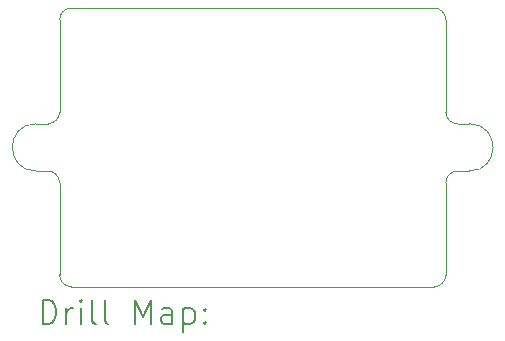
<source format=gbr>
%TF.GenerationSoftware,KiCad,Pcbnew,8.0.0*%
%TF.CreationDate,2024-09-22T13:18:51-04:00*%
%TF.ProjectId,MiniCarrierBoard,4d696e69-4361-4727-9269-6572426f6172,rev?*%
%TF.SameCoordinates,Original*%
%TF.FileFunction,Drillmap*%
%TF.FilePolarity,Positive*%
%FSLAX45Y45*%
G04 Gerber Fmt 4.5, Leading zero omitted, Abs format (unit mm)*
G04 Created by KiCad (PCBNEW 8.0.0) date 2024-09-22 13:18:51*
%MOMM*%
%LPD*%
G01*
G04 APERTURE LIST*
%ADD10C,0.050000*%
%ADD11C,0.200000*%
G04 APERTURE END LIST*
D10*
X11760000Y-8880000D02*
G75*
G02*
X11860000Y-8980000I0J-100000D01*
G01*
X8690000Y-8880000D02*
X11760000Y-8880000D01*
X8590000Y-9760000D02*
X8590000Y-8980000D01*
X8490000Y-10260000D02*
G75*
G02*
X8590000Y-10360000I0J-100000D01*
G01*
X8390000Y-10260000D02*
G75*
G02*
X8390000Y-9860000I0J200000D01*
G01*
X8690000Y-11240000D02*
G75*
G02*
X8590000Y-11140000I0J100000D01*
G01*
X11860000Y-9760000D02*
X11860000Y-8980000D01*
X11860000Y-10360000D02*
X11860000Y-11140000D01*
X8590000Y-9760000D02*
G75*
G02*
X8490000Y-9860000I-100000J0D01*
G01*
X11860000Y-11140000D02*
G75*
G02*
X11760000Y-11240000I-100000J0D01*
G01*
X12060000Y-9860000D02*
G75*
G02*
X12060000Y-10260000I0J-200000D01*
G01*
X12060000Y-10260000D02*
X11960000Y-10260000D01*
X11860000Y-10360000D02*
G75*
G02*
X11960000Y-10260000I100000J0D01*
G01*
X11760000Y-11240000D02*
X8690000Y-11240000D01*
X8390000Y-10260000D02*
X8490000Y-10260000D01*
X8590000Y-8980000D02*
G75*
G02*
X8690000Y-8880000I100000J0D01*
G01*
X12060000Y-9860000D02*
X11960000Y-9860000D01*
X11960000Y-9860000D02*
G75*
G02*
X11860000Y-9760000I0J100000D01*
G01*
X8590000Y-10360000D02*
X8590000Y-11140000D01*
X8390000Y-9860000D02*
X8490000Y-9860000D01*
D11*
X8448277Y-11553984D02*
X8448277Y-11353984D01*
X8448277Y-11353984D02*
X8495896Y-11353984D01*
X8495896Y-11353984D02*
X8524467Y-11363508D01*
X8524467Y-11363508D02*
X8543515Y-11382555D01*
X8543515Y-11382555D02*
X8553039Y-11401603D01*
X8553039Y-11401603D02*
X8562563Y-11439698D01*
X8562563Y-11439698D02*
X8562563Y-11468269D01*
X8562563Y-11468269D02*
X8553039Y-11506365D01*
X8553039Y-11506365D02*
X8543515Y-11525412D01*
X8543515Y-11525412D02*
X8524467Y-11544460D01*
X8524467Y-11544460D02*
X8495896Y-11553984D01*
X8495896Y-11553984D02*
X8448277Y-11553984D01*
X8648277Y-11553984D02*
X8648277Y-11420650D01*
X8648277Y-11458746D02*
X8657801Y-11439698D01*
X8657801Y-11439698D02*
X8667324Y-11430174D01*
X8667324Y-11430174D02*
X8686372Y-11420650D01*
X8686372Y-11420650D02*
X8705420Y-11420650D01*
X8772086Y-11553984D02*
X8772086Y-11420650D01*
X8772086Y-11353984D02*
X8762563Y-11363508D01*
X8762563Y-11363508D02*
X8772086Y-11373031D01*
X8772086Y-11373031D02*
X8781610Y-11363508D01*
X8781610Y-11363508D02*
X8772086Y-11353984D01*
X8772086Y-11353984D02*
X8772086Y-11373031D01*
X8895896Y-11553984D02*
X8876848Y-11544460D01*
X8876848Y-11544460D02*
X8867324Y-11525412D01*
X8867324Y-11525412D02*
X8867324Y-11353984D01*
X9000658Y-11553984D02*
X8981610Y-11544460D01*
X8981610Y-11544460D02*
X8972086Y-11525412D01*
X8972086Y-11525412D02*
X8972086Y-11353984D01*
X9229229Y-11553984D02*
X9229229Y-11353984D01*
X9229229Y-11353984D02*
X9295896Y-11496841D01*
X9295896Y-11496841D02*
X9362563Y-11353984D01*
X9362563Y-11353984D02*
X9362563Y-11553984D01*
X9543515Y-11553984D02*
X9543515Y-11449222D01*
X9543515Y-11449222D02*
X9533991Y-11430174D01*
X9533991Y-11430174D02*
X9514944Y-11420650D01*
X9514944Y-11420650D02*
X9476848Y-11420650D01*
X9476848Y-11420650D02*
X9457801Y-11430174D01*
X9543515Y-11544460D02*
X9524467Y-11553984D01*
X9524467Y-11553984D02*
X9476848Y-11553984D01*
X9476848Y-11553984D02*
X9457801Y-11544460D01*
X9457801Y-11544460D02*
X9448277Y-11525412D01*
X9448277Y-11525412D02*
X9448277Y-11506365D01*
X9448277Y-11506365D02*
X9457801Y-11487317D01*
X9457801Y-11487317D02*
X9476848Y-11477793D01*
X9476848Y-11477793D02*
X9524467Y-11477793D01*
X9524467Y-11477793D02*
X9543515Y-11468269D01*
X9638753Y-11420650D02*
X9638753Y-11620650D01*
X9638753Y-11430174D02*
X9657801Y-11420650D01*
X9657801Y-11420650D02*
X9695896Y-11420650D01*
X9695896Y-11420650D02*
X9714944Y-11430174D01*
X9714944Y-11430174D02*
X9724467Y-11439698D01*
X9724467Y-11439698D02*
X9733991Y-11458746D01*
X9733991Y-11458746D02*
X9733991Y-11515888D01*
X9733991Y-11515888D02*
X9724467Y-11534936D01*
X9724467Y-11534936D02*
X9714944Y-11544460D01*
X9714944Y-11544460D02*
X9695896Y-11553984D01*
X9695896Y-11553984D02*
X9657801Y-11553984D01*
X9657801Y-11553984D02*
X9638753Y-11544460D01*
X9819705Y-11534936D02*
X9829229Y-11544460D01*
X9829229Y-11544460D02*
X9819705Y-11553984D01*
X9819705Y-11553984D02*
X9810182Y-11544460D01*
X9810182Y-11544460D02*
X9819705Y-11534936D01*
X9819705Y-11534936D02*
X9819705Y-11553984D01*
X9819705Y-11430174D02*
X9829229Y-11439698D01*
X9829229Y-11439698D02*
X9819705Y-11449222D01*
X9819705Y-11449222D02*
X9810182Y-11439698D01*
X9810182Y-11439698D02*
X9819705Y-11430174D01*
X9819705Y-11430174D02*
X9819705Y-11449222D01*
M02*

</source>
